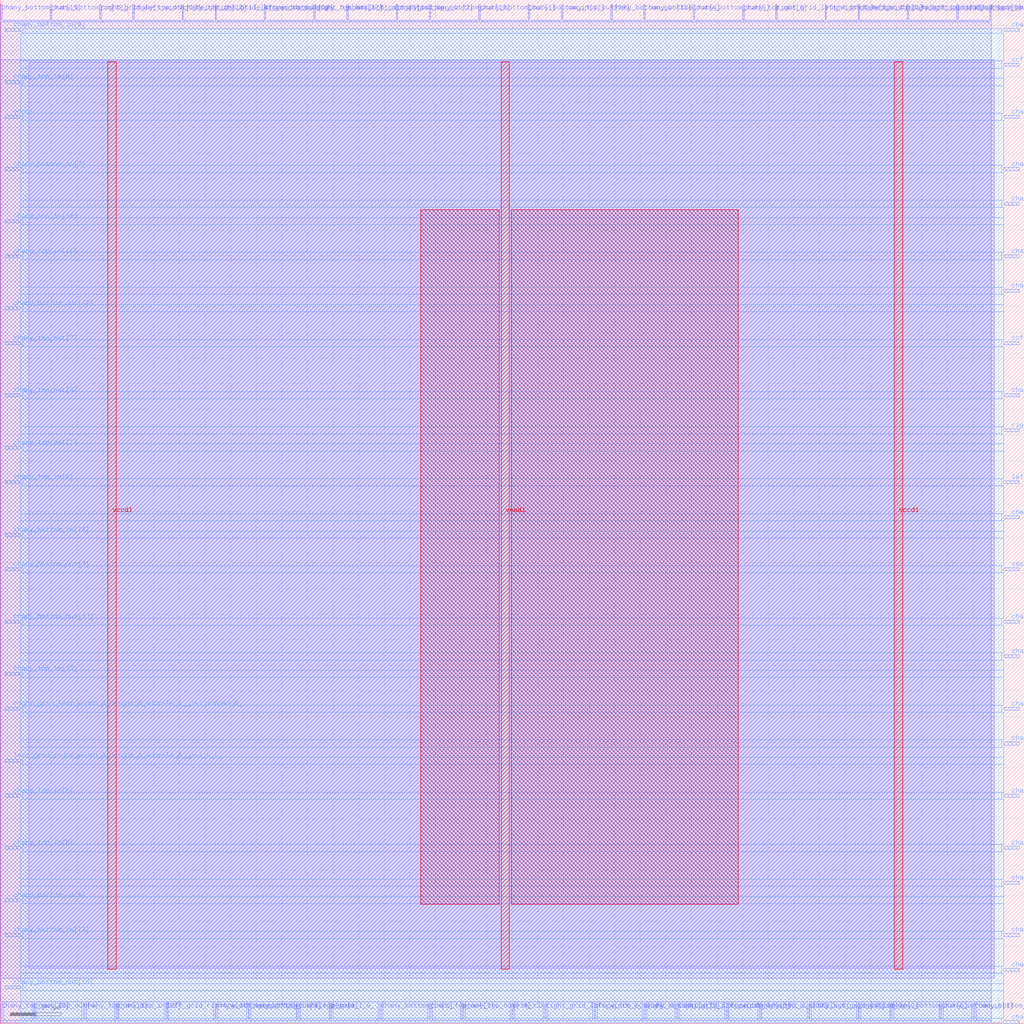
<source format=lef>
VERSION 5.7 ;
  NOWIREEXTENSIONATPIN ON ;
  DIVIDERCHAR "/" ;
  BUSBITCHARS "[]" ;
MACRO cby_4__1_
  CLASS BLOCK ;
  FOREIGN cby_4__1_ ;
  ORIGIN 0.000 0.000 ;
  SIZE 200.000 BY 200.000 ;
  PIN ccff_head
    DIRECTION INPUT ;
    USE SIGNAL ;
    PORT
      LAYER met3 ;
        RECT 196.000 132.640 199.000 133.240 ;
    END
  END ccff_head
  PIN ccff_tail
    DIRECTION OUTPUT TRISTATE ;
    USE SIGNAL ;
    PORT
      LAYER met3 ;
        RECT 196.000 187.040 199.000 187.640 ;
    END
  END ccff_tail
  PIN chany_bottom_in[0]
    DIRECTION INPUT ;
    USE SIGNAL ;
    PORT
      LAYER met2 ;
        RECT 193.290 196.000 193.570 199.000 ;
    END
  END chany_bottom_in[0]
  PIN chany_bottom_in[10]
    DIRECTION INPUT ;
    USE SIGNAL ;
    PORT
      LAYER met2 ;
        RECT 190.070 1.000 190.350 4.000 ;
    END
  END chany_bottom_in[10]
  PIN chany_bottom_in[11]
    DIRECTION INPUT ;
    USE SIGNAL ;
    PORT
      LAYER met3 ;
        RECT 196.000 98.640 199.000 99.240 ;
    END
  END chany_bottom_in[11]
  PIN chany_bottom_in[12]
    DIRECTION INPUT ;
    USE SIGNAL ;
    PORT
      LAYER met2 ;
        RECT 177.190 196.000 177.470 199.000 ;
    END
  END chany_bottom_in[12]
  PIN chany_bottom_in[13]
    DIRECTION INPUT ;
    USE SIGNAL ;
    PORT
      LAYER met3 ;
        RECT 1.000 17.040 4.000 17.640 ;
    END
  END chany_bottom_in[13]
  PIN chany_bottom_in[14]
    DIRECTION INPUT ;
    USE SIGNAL ;
    PORT
      LAYER met3 ;
        RECT 1.000 95.240 4.000 95.840 ;
    END
  END chany_bottom_in[14]
  PIN chany_bottom_in[15]
    DIRECTION INPUT ;
    USE SIGNAL ;
    PORT
      LAYER met2 ;
        RECT 157.870 1.000 158.150 4.000 ;
    END
  END chany_bottom_in[15]
  PIN chany_bottom_in[16]
    DIRECTION INPUT ;
    USE SIGNAL ;
    PORT
      LAYER met3 ;
        RECT 196.000 61.240 199.000 61.840 ;
    END
  END chany_bottom_in[16]
  PIN chany_bottom_in[17]
    DIRECTION INPUT ;
    USE SIGNAL ;
    PORT
      LAYER met2 ;
        RECT 103.130 196.000 103.410 199.000 ;
    END
  END chany_bottom_in[17]
  PIN chany_bottom_in[18]
    DIRECTION INPUT ;
    USE SIGNAL ;
    PORT
      LAYER met2 ;
        RECT 9.750 196.000 10.030 199.000 ;
    END
  END chany_bottom_in[18]
  PIN chany_bottom_in[1]
    DIRECTION INPUT ;
    USE SIGNAL ;
    PORT
      LAYER met2 ;
        RECT 183.630 1.000 183.910 4.000 ;
    END
  END chany_bottom_in[1]
  PIN chany_bottom_in[2]
    DIRECTION INPUT ;
    USE SIGNAL ;
    PORT
      LAYER met2 ;
        RECT 74.150 1.000 74.430 4.000 ;
    END
  END chany_bottom_in[2]
  PIN chany_bottom_in[3]
    DIRECTION INPUT ;
    USE SIGNAL ;
    PORT
      LAYER met3 ;
        RECT 1.000 23.840 4.000 24.440 ;
    END
  END chany_bottom_in[3]
  PIN chany_bottom_in[4]
    DIRECTION INPUT ;
    USE SIGNAL ;
    PORT
      LAYER met3 ;
        RECT 196.000 166.640 199.000 167.240 ;
    END
  END chany_bottom_in[4]
  PIN chany_bottom_in[5]
    DIRECTION INPUT ;
    USE SIGNAL ;
    PORT
      LAYER met2 ;
        RECT 67.710 196.000 67.990 199.000 ;
    END
  END chany_bottom_in[5]
  PIN chany_bottom_in[6]
    DIRECTION INPUT ;
    USE SIGNAL ;
    PORT
      LAYER met3 ;
        RECT 1.000 193.840 4.000 194.440 ;
    END
  END chany_bottom_in[6]
  PIN chany_bottom_in[7]
    DIRECTION INPUT ;
    USE SIGNAL ;
    PORT
      LAYER met3 ;
        RECT 1.000 166.640 4.000 167.240 ;
    END
  END chany_bottom_in[7]
  PIN chany_bottom_in[8]
    DIRECTION INPUT ;
    USE SIGNAL ;
    PORT
      LAYER met3 ;
        RECT 196.000 27.240 199.000 27.840 ;
    END
  END chany_bottom_in[8]
  PIN chany_bottom_in[9]
    DIRECTION INPUT ;
    USE SIGNAL ;
    PORT
      LAYER met2 ;
        RECT 48.390 1.000 48.670 4.000 ;
    END
  END chany_bottom_in[9]
  PIN chany_bottom_out[0]
    DIRECTION OUTPUT TRISTATE ;
    USE SIGNAL ;
    PORT
      LAYER met3 ;
        RECT 196.000 142.840 199.000 143.440 ;
    END
  END chany_bottom_out[0]
  PIN chany_bottom_out[10]
    DIRECTION OUTPUT TRISTATE ;
    USE SIGNAL ;
    PORT
      LAYER met2 ;
        RECT 83.810 196.000 84.090 199.000 ;
    END
  END chany_bottom_out[10]
  PIN chany_bottom_out[11]
    DIRECTION OUTPUT TRISTATE ;
    USE SIGNAL ;
    PORT
      LAYER met3 ;
        RECT 196.000 159.840 199.000 160.440 ;
    END
  END chany_bottom_out[11]
  PIN chany_bottom_out[12]
    DIRECTION OUTPUT TRISTATE ;
    USE SIGNAL ;
    PORT
      LAYER met3 ;
        RECT 1.000 139.440 4.000 140.040 ;
    END
  END chany_bottom_out[12]
  PIN chany_bottom_out[13]
    DIRECTION OUTPUT TRISTATE ;
    USE SIGNAL ;
    PORT
      LAYER met2 ;
        RECT 119.230 196.000 119.510 199.000 ;
    END
  END chany_bottom_out[13]
  PIN chany_bottom_out[14]
    DIRECTION OUTPUT TRISTATE ;
    USE SIGNAL ;
    PORT
      LAYER met3 ;
        RECT 196.000 149.640 199.000 150.240 ;
    END
  END chany_bottom_out[14]
  PIN chany_bottom_out[15]
    DIRECTION OUTPUT TRISTATE ;
    USE SIGNAL ;
    PORT
      LAYER met2 ;
        RECT 0.090 196.000 0.370 199.000 ;
    END
  END chany_bottom_out[15]
  PIN chany_bottom_out[16]
    DIRECTION OUTPUT TRISTATE ;
    USE SIGNAL ;
    PORT
      LAYER met3 ;
        RECT 1.000 6.840 4.000 7.440 ;
    END
  END chany_bottom_out[16]
  PIN chany_bottom_out[17]
    DIRECTION OUTPUT TRISTATE ;
    USE SIGNAL ;
    PORT
      LAYER met3 ;
        RECT 1.000 78.240 4.000 78.840 ;
    END
  END chany_bottom_out[17]
  PIN chany_bottom_out[18]
    DIRECTION OUTPUT TRISTATE ;
    USE SIGNAL ;
    PORT
      LAYER met2 ;
        RECT 41.950 1.000 42.230 4.000 ;
    END
  END chany_bottom_out[18]
  PIN chany_bottom_out[1]
    DIRECTION OUTPUT TRISTATE ;
    USE SIGNAL ;
    PORT
      LAYER met2 ;
        RECT 93.470 196.000 93.750 199.000 ;
    END
  END chany_bottom_out[1]
  PIN chany_bottom_out[2]
    DIRECTION OUTPUT TRISTATE ;
    USE SIGNAL ;
    PORT
      LAYER met2 ;
        RECT 77.370 196.000 77.650 199.000 ;
    END
  END chany_bottom_out[2]
  PIN chany_bottom_out[3]
    DIRECTION OUTPUT TRISTATE ;
    USE SIGNAL ;
    PORT
      LAYER met3 ;
        RECT 196.000 44.240 199.000 44.840 ;
    END
  END chany_bottom_out[3]
  PIN chany_bottom_out[4]
    DIRECTION OUTPUT TRISTATE ;
    USE SIGNAL ;
    PORT
      LAYER met2 ;
        RECT 125.670 196.000 125.950 199.000 ;
    END
  END chany_bottom_out[4]
  PIN chany_bottom_out[5]
    DIRECTION OUTPUT TRISTATE ;
    USE SIGNAL ;
    PORT
      LAYER met2 ;
        RECT 135.330 196.000 135.610 199.000 ;
    END
  END chany_bottom_out[5]
  PIN chany_bottom_out[6]
    DIRECTION OUTPUT TRISTATE ;
    USE SIGNAL ;
    PORT
      LAYER met2 ;
        RECT 173.970 1.000 174.250 4.000 ;
    END
  END chany_bottom_out[6]
  PIN chany_bottom_out[7]
    DIRECTION OUTPUT TRISTATE ;
    USE SIGNAL ;
    PORT
      LAYER met3 ;
        RECT 1.000 88.440 4.000 89.040 ;
    END
  END chany_bottom_out[7]
  PIN chany_bottom_out[8]
    DIRECTION OUTPUT TRISTATE ;
    USE SIGNAL ;
    PORT
      LAYER met3 ;
        RECT 196.000 176.840 199.000 177.440 ;
    END
  END chany_bottom_out[8]
  PIN chany_bottom_out[9]
    DIRECTION OUTPUT TRISTATE ;
    USE SIGNAL ;
    PORT
      LAYER met2 ;
        RECT 125.670 1.000 125.950 4.000 ;
    END
  END chany_bottom_out[9]
  PIN chany_top_in[0]
    DIRECTION INPUT ;
    USE SIGNAL ;
    PORT
      LAYER met3 ;
        RECT 1.000 105.440 4.000 106.040 ;
    END
  END chany_top_in[0]
  PIN chany_top_in[10]
    DIRECTION INPUT ;
    USE SIGNAL ;
    PORT
      LAYER met3 ;
        RECT 196.000 10.240 199.000 10.840 ;
    END
  END chany_top_in[10]
  PIN chany_top_in[11]
    DIRECTION INPUT ;
    USE SIGNAL ;
    PORT
      LAYER met3 ;
        RECT 196.000 78.240 199.000 78.840 ;
    END
  END chany_top_in[11]
  PIN chany_top_in[12]
    DIRECTION INPUT ;
    USE SIGNAL ;
    PORT
      LAYER met2 ;
        RECT 22.630 1.000 22.910 4.000 ;
    END
  END chany_top_in[12]
  PIN chany_top_in[13]
    DIRECTION INPUT ;
    USE SIGNAL ;
    PORT
      LAYER met3 ;
        RECT 1.000 68.040 4.000 68.640 ;
    END
  END chany_top_in[13]
  PIN chany_top_in[14]
    DIRECTION INPUT ;
    USE SIGNAL ;
    PORT
      LAYER met3 ;
        RECT 1.000 156.440 4.000 157.040 ;
    END
  END chany_top_in[14]
  PIN chany_top_in[15]
    DIRECTION INPUT ;
    USE SIGNAL ;
    PORT
      LAYER met2 ;
        RECT 141.770 1.000 142.050 4.000 ;
    END
  END chany_top_in[15]
  PIN chany_top_in[16]
    DIRECTION INPUT ;
    USE SIGNAL ;
    PORT
      LAYER met3 ;
        RECT 1.000 149.640 4.000 150.240 ;
    END
  END chany_top_in[16]
  PIN chany_top_in[17]
    DIRECTION INPUT ;
    USE SIGNAL ;
    PORT
      LAYER met2 ;
        RECT 35.510 196.000 35.790 199.000 ;
    END
  END chany_top_in[17]
  PIN chany_top_in[18]
    DIRECTION INPUT ;
    USE SIGNAL ;
    PORT
      LAYER met2 ;
        RECT 16.190 1.000 16.470 4.000 ;
    END
  END chany_top_in[18]
  PIN chany_top_in[1]
    DIRECTION INPUT ;
    USE SIGNAL ;
    PORT
      LAYER met2 ;
        RECT 58.050 1.000 58.330 4.000 ;
    END
  END chany_top_in[1]
  PIN chany_top_in[2]
    DIRECTION INPUT ;
    USE SIGNAL ;
    PORT
      LAYER met2 ;
        RECT 167.530 1.000 167.810 4.000 ;
    END
  END chany_top_in[2]
  PIN chany_top_in[3]
    DIRECTION INPUT ;
    USE SIGNAL ;
    PORT
      LAYER met3 ;
        RECT 196.000 71.440 199.000 72.040 ;
    END
  END chany_top_in[3]
  PIN chany_top_in[4]
    DIRECTION INPUT ;
    USE SIGNAL ;
    PORT
      LAYER met3 ;
        RECT 196.000 34.040 199.000 34.640 ;
    END
  END chany_top_in[4]
  PIN chany_top_in[5]
    DIRECTION INPUT ;
    USE SIGNAL ;
    PORT
      LAYER met3 ;
        RECT 1.000 34.040 4.000 34.640 ;
    END
  END chany_top_in[5]
  PIN chany_top_in[6]
    DIRECTION INPUT ;
    USE SIGNAL ;
    PORT
      LAYER met3 ;
        RECT 1.000 183.640 4.000 184.240 ;
    END
  END chany_top_in[6]
  PIN chany_top_in[7]
    DIRECTION INPUT ;
    USE SIGNAL ;
    PORT
      LAYER met3 ;
        RECT 196.000 0.040 199.000 0.640 ;
    END
  END chany_top_in[7]
  PIN chany_top_in[8]
    DIRECTION INPUT ;
    USE SIGNAL ;
    PORT
      LAYER met3 ;
        RECT 1.000 44.240 4.000 44.840 ;
    END
  END chany_top_in[8]
  PIN chany_top_in[9]
    DIRECTION INPUT ;
    USE SIGNAL ;
    PORT
      LAYER met3 ;
        RECT 196.000 54.440 199.000 55.040 ;
    END
  END chany_top_in[9]
  PIN chany_top_out[0]
    DIRECTION OUTPUT TRISTATE ;
    USE SIGNAL ;
    PORT
      LAYER met3 ;
        RECT 1.000 122.440 4.000 123.040 ;
    END
  END chany_top_out[0]
  PIN chany_top_out[10]
    DIRECTION OUTPUT TRISTATE ;
    USE SIGNAL ;
    PORT
      LAYER met2 ;
        RECT 148.210 1.000 148.490 4.000 ;
    END
  END chany_top_out[10]
  PIN chany_top_out[11]
    DIRECTION OUTPUT TRISTATE ;
    USE SIGNAL ;
    PORT
      LAYER met3 ;
        RECT 196.000 122.440 199.000 123.040 ;
    END
  END chany_top_out[11]
  PIN chany_top_out[12]
    DIRECTION OUTPUT TRISTATE ;
    USE SIGNAL ;
    PORT
      LAYER met2 ;
        RECT 51.610 196.000 51.890 199.000 ;
    END
  END chany_top_out[12]
  PIN chany_top_out[13]
    DIRECTION OUTPUT TRISTATE ;
    USE SIGNAL ;
    PORT
      LAYER met2 ;
        RECT 25.850 196.000 26.130 199.000 ;
    END
  END chany_top_out[13]
  PIN chany_top_out[14]
    DIRECTION OUTPUT TRISTATE ;
    USE SIGNAL ;
    PORT
      LAYER met2 ;
        RECT 90.250 1.000 90.530 4.000 ;
    END
  END chany_top_out[14]
  PIN chany_top_out[15]
    DIRECTION OUTPUT TRISTATE ;
    USE SIGNAL ;
    PORT
      LAYER met2 ;
        RECT 0.090 1.000 0.370 4.000 ;
    END
  END chany_top_out[15]
  PIN chany_top_out[16]
    DIRECTION OUTPUT TRISTATE ;
    USE SIGNAL ;
    PORT
      LAYER met2 ;
        RECT 116.010 1.000 116.290 4.000 ;
    END
  END chany_top_out[16]
  PIN chany_top_out[17]
    DIRECTION OUTPUT TRISTATE ;
    USE SIGNAL ;
    PORT
      LAYER met2 ;
        RECT 61.270 196.000 61.550 199.000 ;
    END
  END chany_top_out[17]
  PIN chany_top_out[18]
    DIRECTION OUTPUT TRISTATE ;
    USE SIGNAL ;
    PORT
      LAYER met2 ;
        RECT 109.570 196.000 109.850 199.000 ;
    END
  END chany_top_out[18]
  PIN chany_top_out[1]
    DIRECTION OUTPUT TRISTATE ;
    USE SIGNAL ;
    PORT
      LAYER met2 ;
        RECT 167.530 196.000 167.810 199.000 ;
    END
  END chany_top_out[1]
  PIN chany_top_out[2]
    DIRECTION OUTPUT TRISTATE ;
    USE SIGNAL ;
    PORT
      LAYER met3 ;
        RECT 1.000 132.640 4.000 133.240 ;
    END
  END chany_top_out[2]
  PIN chany_top_out[3]
    DIRECTION OUTPUT TRISTATE ;
    USE SIGNAL ;
    PORT
      LAYER met3 ;
        RECT 1.000 112.240 4.000 112.840 ;
    END
  END chany_top_out[3]
  PIN chany_top_out[4]
    DIRECTION OUTPUT TRISTATE ;
    USE SIGNAL ;
    PORT
      LAYER met2 ;
        RECT 6.530 1.000 6.810 4.000 ;
    END
  END chany_top_out[4]
  PIN chany_top_out[5]
    DIRECTION OUTPUT TRISTATE ;
    USE SIGNAL ;
    PORT
      LAYER met2 ;
        RECT 186.850 196.000 187.130 199.000 ;
    END
  END chany_top_out[5]
  PIN chany_top_out[6]
    DIRECTION OUTPUT TRISTATE ;
    USE SIGNAL ;
    PORT
      LAYER met2 ;
        RECT 144.990 196.000 145.270 199.000 ;
    END
  END chany_top_out[6]
  PIN chany_top_out[7]
    DIRECTION OUTPUT TRISTATE ;
    USE SIGNAL ;
    PORT
      LAYER met2 ;
        RECT 83.810 1.000 84.090 4.000 ;
    END
  END chany_top_out[7]
  PIN chany_top_out[8]
    DIRECTION OUTPUT TRISTATE ;
    USE SIGNAL ;
    PORT
      LAYER met3 ;
        RECT 196.000 193.840 199.000 194.440 ;
    END
  END chany_top_out[8]
  PIN chany_top_out[9]
    DIRECTION OUTPUT TRISTATE ;
    USE SIGNAL ;
    PORT
      LAYER met3 ;
        RECT 196.000 17.040 199.000 17.640 ;
    END
  END chany_top_out[9]
  PIN left_grid_right_width_0_height_0_subtile_0__pin_I_1_
    DIRECTION OUTPUT TRISTATE ;
    USE SIGNAL ;
    PORT
      LAYER met3 ;
        RECT 1.000 51.040 4.000 51.640 ;
    END
  END left_grid_right_width_0_height_0_subtile_0__pin_I_1_
  PIN left_grid_right_width_0_height_0_subtile_0__pin_I_5_
    DIRECTION OUTPUT TRISTATE ;
    USE SIGNAL ;
    PORT
      LAYER met3 ;
        RECT 196.000 105.440 199.000 106.040 ;
    END
  END left_grid_right_width_0_height_0_subtile_0__pin_I_5_
  PIN left_grid_right_width_0_height_0_subtile_0__pin_I_9_
    DIRECTION OUTPUT TRISTATE ;
    USE SIGNAL ;
    PORT
      LAYER met2 ;
        RECT 32.290 1.000 32.570 4.000 ;
    END
  END left_grid_right_width_0_height_0_subtile_0__pin_I_9_
  PIN pReset
    DIRECTION INPUT ;
    USE SIGNAL ;
    PORT
      LAYER met2 ;
        RECT 64.490 1.000 64.770 4.000 ;
    END
  END pReset
  PIN prog_clk
    DIRECTION INPUT ;
    USE SIGNAL ;
    PORT
      LAYER met2 ;
        RECT 99.910 1.000 100.190 4.000 ;
    END
  END prog_clk
  PIN right_grid_left_width_0_height_0_subtile_0__pin_outpad_0_
    DIRECTION OUTPUT TRISTATE ;
    USE SIGNAL ;
    PORT
      LAYER met3 ;
        RECT 196.000 115.640 199.000 116.240 ;
    END
  END right_grid_left_width_0_height_0_subtile_0__pin_outpad_0_
  PIN right_grid_left_width_0_height_0_subtile_1__pin_outpad_0_
    DIRECTION OUTPUT TRISTATE ;
    USE SIGNAL ;
    PORT
      LAYER met2 ;
        RECT 106.350 1.000 106.630 4.000 ;
    END
  END right_grid_left_width_0_height_0_subtile_1__pin_outpad_0_
  PIN right_grid_left_width_0_height_0_subtile_2__pin_outpad_0_
    DIRECTION OUTPUT TRISTATE ;
    USE SIGNAL ;
    PORT
      LAYER met2 ;
        RECT 161.090 196.000 161.370 199.000 ;
    END
  END right_grid_left_width_0_height_0_subtile_2__pin_outpad_0_
  PIN right_grid_left_width_0_height_0_subtile_3__pin_outpad_0_
    DIRECTION OUTPUT TRISTATE ;
    USE SIGNAL ;
    PORT
      LAYER met2 ;
        RECT 151.430 196.000 151.710 199.000 ;
    END
  END right_grid_left_width_0_height_0_subtile_3__pin_outpad_0_
  PIN right_grid_left_width_0_height_0_subtile_4__pin_outpad_0_
    DIRECTION OUTPUT TRISTATE ;
    USE SIGNAL ;
    PORT
      LAYER met2 ;
        RECT 19.410 196.000 19.690 199.000 ;
    END
  END right_grid_left_width_0_height_0_subtile_4__pin_outpad_0_
  PIN right_grid_left_width_0_height_0_subtile_5__pin_outpad_0_
    DIRECTION OUTPUT TRISTATE ;
    USE SIGNAL ;
    PORT
      LAYER met2 ;
        RECT 41.950 196.000 42.230 199.000 ;
    END
  END right_grid_left_width_0_height_0_subtile_5__pin_outpad_0_
  PIN right_grid_left_width_0_height_0_subtile_6__pin_outpad_0_
    DIRECTION OUTPUT TRISTATE ;
    USE SIGNAL ;
    PORT
      LAYER met2 ;
        RECT 132.110 1.000 132.390 4.000 ;
    END
  END right_grid_left_width_0_height_0_subtile_6__pin_outpad_0_
  PIN right_grid_left_width_0_height_0_subtile_7__pin_outpad_0_
    DIRECTION OUTPUT TRISTATE ;
    USE SIGNAL ;
    PORT
      LAYER met3 ;
        RECT 1.000 61.240 4.000 61.840 ;
    END
  END right_grid_left_width_0_height_0_subtile_7__pin_outpad_0_
  PIN vccd1
    DIRECTION INOUT ;
    USE SIGNAL ;
    PORT
      LAYER met3 ;
        RECT 1.000 176.840 4.000 177.440 ;
    END
    PORT
      LAYER met4 ;
        RECT 21.040 10.640 22.640 187.920 ;
    END
    PORT
      LAYER met4 ;
        RECT 174.640 10.640 176.240 187.920 ;
    END
  END vccd1
  PIN vssd1
    DIRECTION INOUT ;
    USE SIGNAL ;
    PORT
      LAYER met3 ;
        RECT 196.000 88.440 199.000 89.040 ;
    END
    PORT
      LAYER met4 ;
        RECT 97.840 10.640 99.440 187.920 ;
    END
  END vssd1
  OBS
      LAYER li1 ;
        RECT 5.520 10.795 194.120 187.765 ;
      LAYER met1 ;
        RECT 0.070 8.880 194.120 188.320 ;
      LAYER met2 ;
        RECT 0.650 195.720 9.470 196.000 ;
        RECT 10.310 195.720 19.130 196.000 ;
        RECT 19.970 195.720 25.570 196.000 ;
        RECT 26.410 195.720 35.230 196.000 ;
        RECT 36.070 195.720 41.670 196.000 ;
        RECT 42.510 195.720 51.330 196.000 ;
        RECT 52.170 195.720 60.990 196.000 ;
        RECT 61.830 195.720 67.430 196.000 ;
        RECT 68.270 195.720 77.090 196.000 ;
        RECT 77.930 195.720 83.530 196.000 ;
        RECT 84.370 195.720 93.190 196.000 ;
        RECT 94.030 195.720 102.850 196.000 ;
        RECT 103.690 195.720 109.290 196.000 ;
        RECT 110.130 195.720 118.950 196.000 ;
        RECT 119.790 195.720 125.390 196.000 ;
        RECT 126.230 195.720 135.050 196.000 ;
        RECT 135.890 195.720 144.710 196.000 ;
        RECT 145.550 195.720 151.150 196.000 ;
        RECT 151.990 195.720 160.810 196.000 ;
        RECT 161.650 195.720 167.250 196.000 ;
        RECT 168.090 195.720 176.910 196.000 ;
        RECT 177.750 195.720 186.570 196.000 ;
        RECT 187.410 195.720 193.010 196.000 ;
        RECT 0.100 4.280 193.560 195.720 ;
        RECT 0.650 0.720 6.250 4.280 ;
        RECT 7.090 0.720 15.910 4.280 ;
        RECT 16.750 0.720 22.350 4.280 ;
        RECT 23.190 0.720 32.010 4.280 ;
        RECT 32.850 0.720 41.670 4.280 ;
        RECT 42.510 0.720 48.110 4.280 ;
        RECT 48.950 0.720 57.770 4.280 ;
        RECT 58.610 0.720 64.210 4.280 ;
        RECT 65.050 0.720 73.870 4.280 ;
        RECT 74.710 0.720 83.530 4.280 ;
        RECT 84.370 0.720 89.970 4.280 ;
        RECT 90.810 0.720 99.630 4.280 ;
        RECT 100.470 0.720 106.070 4.280 ;
        RECT 106.910 0.720 115.730 4.280 ;
        RECT 116.570 0.720 125.390 4.280 ;
        RECT 126.230 0.720 131.830 4.280 ;
        RECT 132.670 0.720 141.490 4.280 ;
        RECT 142.330 0.720 147.930 4.280 ;
        RECT 148.770 0.720 157.590 4.280 ;
        RECT 158.430 0.720 167.250 4.280 ;
        RECT 168.090 0.720 173.690 4.280 ;
        RECT 174.530 0.720 183.350 4.280 ;
        RECT 184.190 0.720 189.790 4.280 ;
        RECT 190.630 0.720 193.560 4.280 ;
        RECT 0.100 0.155 193.560 0.720 ;
      LAYER met3 ;
        RECT 4.400 193.440 195.600 194.305 ;
        RECT 4.000 188.040 196.000 193.440 ;
        RECT 4.000 186.640 195.600 188.040 ;
        RECT 4.000 184.640 196.000 186.640 ;
        RECT 4.400 183.240 196.000 184.640 ;
        RECT 4.000 177.840 196.000 183.240 ;
        RECT 4.400 176.440 195.600 177.840 ;
        RECT 4.000 167.640 196.000 176.440 ;
        RECT 4.400 166.240 195.600 167.640 ;
        RECT 4.000 160.840 196.000 166.240 ;
        RECT 4.000 159.440 195.600 160.840 ;
        RECT 4.000 157.440 196.000 159.440 ;
        RECT 4.400 156.040 196.000 157.440 ;
        RECT 4.000 150.640 196.000 156.040 ;
        RECT 4.400 149.240 195.600 150.640 ;
        RECT 4.000 143.840 196.000 149.240 ;
        RECT 4.000 142.440 195.600 143.840 ;
        RECT 4.000 140.440 196.000 142.440 ;
        RECT 4.400 139.040 196.000 140.440 ;
        RECT 4.000 133.640 196.000 139.040 ;
        RECT 4.400 132.240 195.600 133.640 ;
        RECT 4.000 123.440 196.000 132.240 ;
        RECT 4.400 122.040 195.600 123.440 ;
        RECT 4.000 116.640 196.000 122.040 ;
        RECT 4.000 115.240 195.600 116.640 ;
        RECT 4.000 113.240 196.000 115.240 ;
        RECT 4.400 111.840 196.000 113.240 ;
        RECT 4.000 106.440 196.000 111.840 ;
        RECT 4.400 105.040 195.600 106.440 ;
        RECT 4.000 99.640 196.000 105.040 ;
        RECT 4.000 98.240 195.600 99.640 ;
        RECT 4.000 96.240 196.000 98.240 ;
        RECT 4.400 94.840 196.000 96.240 ;
        RECT 4.000 89.440 196.000 94.840 ;
        RECT 4.400 88.040 195.600 89.440 ;
        RECT 4.000 79.240 196.000 88.040 ;
        RECT 4.400 77.840 195.600 79.240 ;
        RECT 4.000 72.440 196.000 77.840 ;
        RECT 4.000 71.040 195.600 72.440 ;
        RECT 4.000 69.040 196.000 71.040 ;
        RECT 4.400 67.640 196.000 69.040 ;
        RECT 4.000 62.240 196.000 67.640 ;
        RECT 4.400 60.840 195.600 62.240 ;
        RECT 4.000 55.440 196.000 60.840 ;
        RECT 4.000 54.040 195.600 55.440 ;
        RECT 4.000 52.040 196.000 54.040 ;
        RECT 4.400 50.640 196.000 52.040 ;
        RECT 4.000 45.240 196.000 50.640 ;
        RECT 4.400 43.840 195.600 45.240 ;
        RECT 4.000 35.040 196.000 43.840 ;
        RECT 4.400 33.640 195.600 35.040 ;
        RECT 4.000 28.240 196.000 33.640 ;
        RECT 4.000 26.840 195.600 28.240 ;
        RECT 4.000 24.840 196.000 26.840 ;
        RECT 4.400 23.440 196.000 24.840 ;
        RECT 4.000 18.040 196.000 23.440 ;
        RECT 4.400 16.640 195.600 18.040 ;
        RECT 4.000 11.240 196.000 16.640 ;
        RECT 4.000 9.840 195.600 11.240 ;
        RECT 4.000 7.840 196.000 9.840 ;
        RECT 4.400 6.440 196.000 7.840 ;
        RECT 4.000 1.040 196.000 6.440 ;
        RECT 4.000 0.175 195.600 1.040 ;
      LAYER met4 ;
        RECT 82.175 23.295 97.440 158.945 ;
        RECT 99.840 23.295 144.145 158.945 ;
  END
END cby_4__1_
END LIBRARY


</source>
